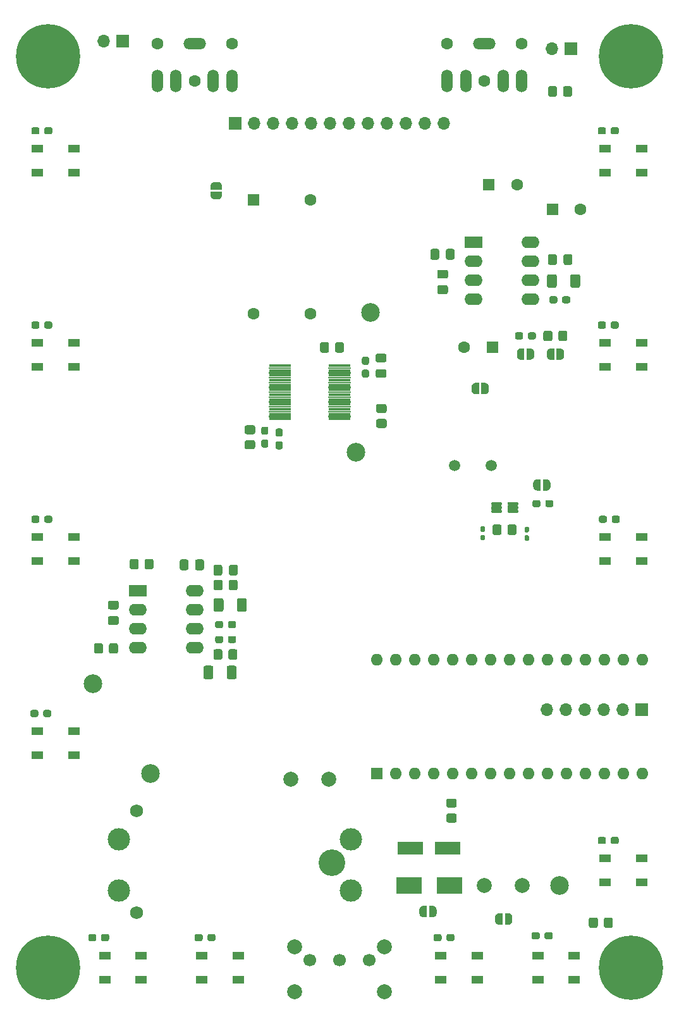
<source format=gts>
G04 #@! TF.GenerationSoftware,KiCad,Pcbnew,5.1.9+dfsg1-1*
G04 #@! TF.CreationDate,2022-06-11T23:01:35-07:00*
G04 #@! TF.ProjectId,brains_cn,62726169-6e73-45f6-936e-2e6b69636164,rev?*
G04 #@! TF.SameCoordinates,Original*
G04 #@! TF.FileFunction,Soldermask,Top*
G04 #@! TF.FilePolarity,Negative*
%FSLAX46Y46*%
G04 Gerber Fmt 4.6, Leading zero omitted, Abs format (unit mm)*
G04 Created by KiCad (PCBNEW 5.1.9+dfsg1-1) date 2022-06-11 23:01:35*
%MOMM*%
%LPD*%
G01*
G04 APERTURE LIST*
%ADD10R,3.000000X0.450000*%
%ADD11R,1.600000X1.600000*%
%ADD12C,1.600000*%
%ADD13C,3.000000*%
%ADD14R,1.700000X1.700000*%
%ADD15O,1.700000X1.700000*%
%ADD16O,1.600000X1.600000*%
%ADD17O,2.400000X1.600000*%
%ADD18R,2.400000X1.600000*%
%ADD19C,2.000000*%
%ADD20C,1.700000*%
%ADD21R,1.500000X1.000000*%
%ADD22C,8.600000*%
%ADD23C,0.900000*%
%ADD24C,2.500000*%
%ADD25C,1.755000*%
%ADD26C,3.560000*%
%ADD27R,3.500000X2.300000*%
%ADD28R,3.500000X1.800000*%
%ADD29O,3.016000X1.508000*%
%ADD30O,1.508000X3.016000*%
%ADD31C,0.350000*%
%ADD32R,0.700000X0.400000*%
%ADD33C,1.500000*%
%ADD34C,0.254000*%
G04 APERTURE END LIST*
D10*
G04 #@! TO.C,U1*
X148000000Y-83575000D03*
X148000000Y-82925000D03*
X148000000Y-82275000D03*
X148000000Y-81625000D03*
X148000000Y-80975000D03*
X148000000Y-80325000D03*
X148000000Y-79675000D03*
X148000000Y-79025000D03*
X148000000Y-78375000D03*
X148000000Y-77725000D03*
X148000000Y-77075000D03*
X148000000Y-76425000D03*
X140000000Y-76425000D03*
X140000000Y-77075000D03*
X140000000Y-77725000D03*
X140000000Y-78375000D03*
X140000000Y-79025000D03*
X140000000Y-79675000D03*
X140000000Y-80325000D03*
X140000000Y-80975000D03*
X140000000Y-81625000D03*
X140000000Y-82275000D03*
X140000000Y-82925000D03*
X140000000Y-83575000D03*
G04 #@! TD*
G04 #@! TO.C,C22*
G36*
G01*
X183675000Y-70762500D02*
X183675000Y-71237500D01*
G75*
G02*
X183437500Y-71475000I-237500J0D01*
G01*
X182837500Y-71475000D01*
G75*
G02*
X182600000Y-71237500I0J237500D01*
G01*
X182600000Y-70762500D01*
G75*
G02*
X182837500Y-70525000I237500J0D01*
G01*
X183437500Y-70525000D01*
G75*
G02*
X183675000Y-70762500I0J-237500D01*
G01*
G37*
G36*
G01*
X185400000Y-70762500D02*
X185400000Y-71237500D01*
G75*
G02*
X185162500Y-71475000I-237500J0D01*
G01*
X184562500Y-71475000D01*
G75*
G02*
X184325000Y-71237500I0J237500D01*
G01*
X184325000Y-70762500D01*
G75*
G02*
X184562500Y-70525000I237500J0D01*
G01*
X185162500Y-70525000D01*
G75*
G02*
X185400000Y-70762500I0J-237500D01*
G01*
G37*
G04 #@! TD*
D11*
G04 #@! TO.C,C8*
X168500000Y-74000000D03*
D12*
X164700000Y-74000000D03*
G04 #@! TD*
D13*
G04 #@! TO.C,J2*
X149530000Y-146690000D03*
X149530000Y-139810000D03*
X118470000Y-139810000D03*
X118470000Y-146690000D03*
G04 #@! TD*
D14*
G04 #@! TO.C,J1*
X134000000Y-44000000D03*
D15*
X136540000Y-44000000D03*
X139080000Y-44000000D03*
X141620000Y-44000000D03*
X144160000Y-44000000D03*
X146700000Y-44000000D03*
X149240000Y-44000000D03*
X151780000Y-44000000D03*
X154320000Y-44000000D03*
X156860000Y-44000000D03*
X159400000Y-44000000D03*
X161940000Y-44000000D03*
G04 #@! TD*
D11*
G04 #@! TO.C,A1*
X153000000Y-131000000D03*
D16*
X186020000Y-115760000D03*
X155540000Y-131000000D03*
X183480000Y-115760000D03*
X158080000Y-131000000D03*
X180940000Y-115760000D03*
X160620000Y-131000000D03*
X178400000Y-115760000D03*
X163160000Y-131000000D03*
X175860000Y-115760000D03*
X165700000Y-131000000D03*
X173320000Y-115760000D03*
X168240000Y-131000000D03*
X170780000Y-115760000D03*
X170780000Y-131000000D03*
X168240000Y-115760000D03*
X173320000Y-131000000D03*
X165700000Y-115760000D03*
X175860000Y-131000000D03*
X163160000Y-115760000D03*
X178400000Y-131000000D03*
X160620000Y-115760000D03*
X180940000Y-131000000D03*
X158080000Y-115760000D03*
X183480000Y-131000000D03*
X155540000Y-115760000D03*
X186020000Y-131000000D03*
X153000000Y-115760000D03*
X188560000Y-131000000D03*
X188560000Y-115760000D03*
G04 #@! TD*
D17*
G04 #@! TO.C,U2*
X128590000Y-106600000D03*
X120970000Y-114220000D03*
X128590000Y-109140000D03*
X120970000Y-111680000D03*
X128590000Y-111680000D03*
X120970000Y-109140000D03*
X128590000Y-114220000D03*
D18*
X120970000Y-106600000D03*
G04 #@! TD*
G04 #@! TO.C,U3*
X165910000Y-59930000D03*
D17*
X173530000Y-67550000D03*
X165910000Y-62470000D03*
X173530000Y-65010000D03*
X165910000Y-65010000D03*
X173530000Y-62470000D03*
X165910000Y-67550000D03*
X173530000Y-59930000D03*
G04 #@! TD*
D19*
G04 #@! TO.C,SW1*
X142000000Y-154250000D03*
X154000000Y-154250000D03*
X154000000Y-160250000D03*
X142000000Y-160250000D03*
D20*
X144000000Y-156000000D03*
X148000000Y-156000000D03*
X152000000Y-156000000D03*
G04 #@! TD*
D14*
G04 #@! TO.C,J6*
X188500000Y-122500000D03*
D15*
X185960000Y-122500000D03*
X183420000Y-122500000D03*
X180880000Y-122500000D03*
X178340000Y-122500000D03*
X175800000Y-122500000D03*
G04 #@! TD*
D21*
G04 #@! TO.C,D9*
X183550000Y-47400000D03*
X183550000Y-50600000D03*
X188450000Y-47400000D03*
X188450000Y-50600000D03*
G04 #@! TD*
G04 #@! TO.C,D2*
X166450000Y-158600000D03*
X166450000Y-155400000D03*
X161550000Y-158600000D03*
X161550000Y-155400000D03*
G04 #@! TD*
G04 #@! TO.C,D6*
X107550000Y-99400000D03*
X107550000Y-102600000D03*
X112450000Y-99400000D03*
X112450000Y-102600000D03*
G04 #@! TD*
G04 #@! TO.C,D10*
X188450000Y-76600000D03*
X188450000Y-73400000D03*
X183550000Y-76600000D03*
X183550000Y-73400000D03*
G04 #@! TD*
G04 #@! TO.C,D3*
X129550000Y-155400000D03*
X129550000Y-158600000D03*
X134450000Y-155400000D03*
X134450000Y-158600000D03*
G04 #@! TD*
G04 #@! TO.C,D7*
X112450000Y-76600000D03*
X112450000Y-73400000D03*
X107550000Y-76600000D03*
X107550000Y-73400000D03*
G04 #@! TD*
G04 #@! TO.C,D11*
X183550000Y-99400000D03*
X183550000Y-102600000D03*
X188450000Y-99400000D03*
X188450000Y-102600000D03*
G04 #@! TD*
G04 #@! TO.C,D4*
X116550000Y-155400000D03*
X116550000Y-158600000D03*
X121450000Y-155400000D03*
X121450000Y-158600000D03*
G04 #@! TD*
G04 #@! TO.C,D8*
X112450000Y-50600000D03*
X112450000Y-47400000D03*
X107550000Y-50600000D03*
X107550000Y-47400000D03*
G04 #@! TD*
G04 #@! TO.C,D12*
X188450000Y-145600000D03*
X188450000Y-142400000D03*
X183550000Y-145600000D03*
X183550000Y-142400000D03*
G04 #@! TD*
D22*
G04 #@! TO.C,H1*
X109000000Y-157000000D03*
D23*
X109000000Y-160225000D03*
X111280419Y-159280419D03*
X112225000Y-157000000D03*
X111280419Y-154719581D03*
X109000000Y-153775000D03*
X106719581Y-154719581D03*
X105775000Y-157000000D03*
X106719581Y-159280419D03*
G04 #@! TD*
G04 #@! TO.C,H2*
X184719581Y-159280419D03*
X183775000Y-157000000D03*
X184719581Y-154719581D03*
X187000000Y-153775000D03*
X189280419Y-154719581D03*
X190225000Y-157000000D03*
X189280419Y-159280419D03*
X187000000Y-160225000D03*
D22*
X187000000Y-157000000D03*
G04 #@! TD*
D24*
G04 #@! TO.C,TP1*
X152150000Y-69280000D03*
G04 #@! TD*
G04 #@! TO.C,TP3*
X150240000Y-88060000D03*
G04 #@! TD*
G04 #@! TO.C,TP4*
X122682000Y-131064000D03*
G04 #@! TD*
G04 #@! TO.C,TP6*
X177500000Y-146000000D03*
G04 #@! TD*
D19*
G04 #@! TO.C,F1*
X146558000Y-131826000D03*
X141478000Y-131816000D03*
G04 #@! TD*
D14*
G04 #@! TO.C,LS1*
X119000000Y-33000000D03*
D15*
X116460000Y-33000000D03*
G04 #@! TD*
G04 #@! TO.C,MK1*
X176460000Y-34000000D03*
D14*
X179000000Y-34000000D03*
G04 #@! TD*
D25*
G04 #@! TO.C,BT1*
X120840000Y-149640000D03*
X120840000Y-136050000D03*
D26*
X147000000Y-143010000D03*
G04 #@! TD*
G04 #@! TO.C,C1*
G36*
G01*
X161342500Y-61055000D02*
X161342500Y-62005000D01*
G75*
G02*
X161092500Y-62255000I-250000J0D01*
G01*
X160417500Y-62255000D01*
G75*
G02*
X160167500Y-62005000I0J250000D01*
G01*
X160167500Y-61055000D01*
G75*
G02*
X160417500Y-60805000I250000J0D01*
G01*
X161092500Y-60805000D01*
G75*
G02*
X161342500Y-61055000I0J-250000D01*
G01*
G37*
G36*
G01*
X163417500Y-61055000D02*
X163417500Y-62005000D01*
G75*
G02*
X163167500Y-62255000I-250000J0D01*
G01*
X162492500Y-62255000D01*
G75*
G02*
X162242500Y-62005000I0J250000D01*
G01*
X162242500Y-61055000D01*
G75*
G02*
X162492500Y-60805000I250000J0D01*
G01*
X163167500Y-60805000D01*
G75*
G02*
X163417500Y-61055000I0J-250000D01*
G01*
G37*
G04 #@! TD*
G04 #@! TO.C,C2*
G36*
G01*
X154035000Y-78075000D02*
X153085000Y-78075000D01*
G75*
G02*
X152835000Y-77825000I0J250000D01*
G01*
X152835000Y-77150000D01*
G75*
G02*
X153085000Y-76900000I250000J0D01*
G01*
X154035000Y-76900000D01*
G75*
G02*
X154285000Y-77150000I0J-250000D01*
G01*
X154285000Y-77825000D01*
G75*
G02*
X154035000Y-78075000I-250000J0D01*
G01*
G37*
G36*
G01*
X154035000Y-76000000D02*
X153085000Y-76000000D01*
G75*
G02*
X152835000Y-75750000I0J250000D01*
G01*
X152835000Y-75075000D01*
G75*
G02*
X153085000Y-74825000I250000J0D01*
G01*
X154035000Y-74825000D01*
G75*
G02*
X154285000Y-75075000I0J-250000D01*
G01*
X154285000Y-75750000D01*
G75*
G02*
X154035000Y-76000000I-250000J0D01*
G01*
G37*
G04 #@! TD*
G04 #@! TO.C,C3*
G36*
G01*
X139682500Y-84850000D02*
X140157500Y-84850000D01*
G75*
G02*
X140395000Y-85087500I0J-237500D01*
G01*
X140395000Y-85687500D01*
G75*
G02*
X140157500Y-85925000I-237500J0D01*
G01*
X139682500Y-85925000D01*
G75*
G02*
X139445000Y-85687500I0J237500D01*
G01*
X139445000Y-85087500D01*
G75*
G02*
X139682500Y-84850000I237500J0D01*
G01*
G37*
G36*
G01*
X139682500Y-86575000D02*
X140157500Y-86575000D01*
G75*
G02*
X140395000Y-86812500I0J-237500D01*
G01*
X140395000Y-87412500D01*
G75*
G02*
X140157500Y-87650000I-237500J0D01*
G01*
X139682500Y-87650000D01*
G75*
G02*
X139445000Y-87412500I0J237500D01*
G01*
X139445000Y-86812500D01*
G75*
G02*
X139682500Y-86575000I237500J0D01*
G01*
G37*
G04 #@! TD*
G04 #@! TO.C,C4*
G36*
G01*
X138237500Y-85675000D02*
X137762500Y-85675000D01*
G75*
G02*
X137525000Y-85437500I0J237500D01*
G01*
X137525000Y-84837500D01*
G75*
G02*
X137762500Y-84600000I237500J0D01*
G01*
X138237500Y-84600000D01*
G75*
G02*
X138475000Y-84837500I0J-237500D01*
G01*
X138475000Y-85437500D01*
G75*
G02*
X138237500Y-85675000I-237500J0D01*
G01*
G37*
G36*
G01*
X138237500Y-87400000D02*
X137762500Y-87400000D01*
G75*
G02*
X137525000Y-87162500I0J237500D01*
G01*
X137525000Y-86562500D01*
G75*
G02*
X137762500Y-86325000I237500J0D01*
G01*
X138237500Y-86325000D01*
G75*
G02*
X138475000Y-86562500I0J-237500D01*
G01*
X138475000Y-87162500D01*
G75*
G02*
X138237500Y-87400000I-237500J0D01*
G01*
G37*
G04 #@! TD*
D12*
G04 #@! TO.C,C5*
X171820000Y-52180000D03*
D11*
X168020000Y-52180000D03*
G04 #@! TD*
G04 #@! TO.C,C6*
G36*
G01*
X131345000Y-113337500D02*
X131345000Y-112862500D01*
G75*
G02*
X131582500Y-112625000I237500J0D01*
G01*
X132182500Y-112625000D01*
G75*
G02*
X132420000Y-112862500I0J-237500D01*
G01*
X132420000Y-113337500D01*
G75*
G02*
X132182500Y-113575000I-237500J0D01*
G01*
X131582500Y-113575000D01*
G75*
G02*
X131345000Y-113337500I0J237500D01*
G01*
G37*
G36*
G01*
X133070000Y-113337500D02*
X133070000Y-112862500D01*
G75*
G02*
X133307500Y-112625000I237500J0D01*
G01*
X133907500Y-112625000D01*
G75*
G02*
X134145000Y-112862500I0J-237500D01*
G01*
X134145000Y-113337500D01*
G75*
G02*
X133907500Y-113575000I-237500J0D01*
G01*
X133307500Y-113575000D01*
G75*
G02*
X133070000Y-113337500I0J237500D01*
G01*
G37*
G04 #@! TD*
G04 #@! TO.C,C9*
G36*
G01*
X151717500Y-76322500D02*
X151242500Y-76322500D01*
G75*
G02*
X151005000Y-76085000I0J237500D01*
G01*
X151005000Y-75485000D01*
G75*
G02*
X151242500Y-75247500I237500J0D01*
G01*
X151717500Y-75247500D01*
G75*
G02*
X151955000Y-75485000I0J-237500D01*
G01*
X151955000Y-76085000D01*
G75*
G02*
X151717500Y-76322500I-237500J0D01*
G01*
G37*
G36*
G01*
X151717500Y-78047500D02*
X151242500Y-78047500D01*
G75*
G02*
X151005000Y-77810000I0J237500D01*
G01*
X151005000Y-77210000D01*
G75*
G02*
X151242500Y-76972500I237500J0D01*
G01*
X151717500Y-76972500D01*
G75*
G02*
X151955000Y-77210000I0J-237500D01*
G01*
X151955000Y-77810000D01*
G75*
G02*
X151717500Y-78047500I-237500J0D01*
G01*
G37*
G04 #@! TD*
G04 #@! TO.C,C11*
G36*
G01*
X131145000Y-109120001D02*
X131145000Y-107819999D01*
G75*
G02*
X131394999Y-107570000I249999J0D01*
G01*
X132220001Y-107570000D01*
G75*
G02*
X132470000Y-107819999I0J-249999D01*
G01*
X132470000Y-109120001D01*
G75*
G02*
X132220001Y-109370000I-249999J0D01*
G01*
X131394999Y-109370000D01*
G75*
G02*
X131145000Y-109120001I0J249999D01*
G01*
G37*
G36*
G01*
X134270000Y-109120001D02*
X134270000Y-107819999D01*
G75*
G02*
X134519999Y-107570000I249999J0D01*
G01*
X135345001Y-107570000D01*
G75*
G02*
X135595000Y-107819999I0J-249999D01*
G01*
X135595000Y-109120001D01*
G75*
G02*
X135345001Y-109370000I-249999J0D01*
G01*
X134519999Y-109370000D01*
G75*
G02*
X134270000Y-109120001I0J249999D01*
G01*
G37*
G04 #@! TD*
G04 #@! TO.C,C12*
G36*
G01*
X131345000Y-111337500D02*
X131345000Y-110862500D01*
G75*
G02*
X131582500Y-110625000I237500J0D01*
G01*
X132182500Y-110625000D01*
G75*
G02*
X132420000Y-110862500I0J-237500D01*
G01*
X132420000Y-111337500D01*
G75*
G02*
X132182500Y-111575000I-237500J0D01*
G01*
X131582500Y-111575000D01*
G75*
G02*
X131345000Y-111337500I0J237500D01*
G01*
G37*
G36*
G01*
X133070000Y-111337500D02*
X133070000Y-110862500D01*
G75*
G02*
X133307500Y-110625000I237500J0D01*
G01*
X133907500Y-110625000D01*
G75*
G02*
X134145000Y-110862500I0J-237500D01*
G01*
X134145000Y-111337500D01*
G75*
G02*
X133907500Y-111575000I-237500J0D01*
G01*
X133307500Y-111575000D01*
G75*
G02*
X133070000Y-111337500I0J237500D01*
G01*
G37*
G04 #@! TD*
G04 #@! TO.C,C13*
G36*
G01*
X117235000Y-109970000D02*
X118185000Y-109970000D01*
G75*
G02*
X118435000Y-110220000I0J-250000D01*
G01*
X118435000Y-110895000D01*
G75*
G02*
X118185000Y-111145000I-250000J0D01*
G01*
X117235000Y-111145000D01*
G75*
G02*
X116985000Y-110895000I0J250000D01*
G01*
X116985000Y-110220000D01*
G75*
G02*
X117235000Y-109970000I250000J0D01*
G01*
G37*
G36*
G01*
X117235000Y-107895000D02*
X118185000Y-107895000D01*
G75*
G02*
X118435000Y-108145000I0J-250000D01*
G01*
X118435000Y-108820000D01*
G75*
G02*
X118185000Y-109070000I-250000J0D01*
G01*
X117235000Y-109070000D01*
G75*
G02*
X116985000Y-108820000I0J250000D01*
G01*
X116985000Y-108145000D01*
G75*
G02*
X117235000Y-107895000I250000J0D01*
G01*
G37*
G04 #@! TD*
G04 #@! TO.C,C14*
G36*
G01*
X161335000Y-65680000D02*
X162285000Y-65680000D01*
G75*
G02*
X162535000Y-65930000I0J-250000D01*
G01*
X162535000Y-66605000D01*
G75*
G02*
X162285000Y-66855000I-250000J0D01*
G01*
X161335000Y-66855000D01*
G75*
G02*
X161085000Y-66605000I0J250000D01*
G01*
X161085000Y-65930000D01*
G75*
G02*
X161335000Y-65680000I250000J0D01*
G01*
G37*
G36*
G01*
X161335000Y-63605000D02*
X162285000Y-63605000D01*
G75*
G02*
X162535000Y-63855000I0J-250000D01*
G01*
X162535000Y-64530000D01*
G75*
G02*
X162285000Y-64780000I-250000J0D01*
G01*
X161335000Y-64780000D01*
G75*
G02*
X161085000Y-64530000I0J250000D01*
G01*
X161085000Y-63855000D01*
G75*
G02*
X161335000Y-63605000I250000J0D01*
G01*
G37*
G04 #@! TD*
G04 #@! TO.C,C15*
G36*
G01*
X129845000Y-102625000D02*
X129845000Y-103575000D01*
G75*
G02*
X129595000Y-103825000I-250000J0D01*
G01*
X128920000Y-103825000D01*
G75*
G02*
X128670000Y-103575000I0J250000D01*
G01*
X128670000Y-102625000D01*
G75*
G02*
X128920000Y-102375000I250000J0D01*
G01*
X129595000Y-102375000D01*
G75*
G02*
X129845000Y-102625000I0J-250000D01*
G01*
G37*
G36*
G01*
X127770000Y-102625000D02*
X127770000Y-103575000D01*
G75*
G02*
X127520000Y-103825000I-250000J0D01*
G01*
X126845000Y-103825000D01*
G75*
G02*
X126595000Y-103575000I0J250000D01*
G01*
X126595000Y-102625000D01*
G75*
G02*
X126845000Y-102375000I250000J0D01*
G01*
X127520000Y-102375000D01*
G75*
G02*
X127770000Y-102625000I0J-250000D01*
G01*
G37*
G04 #@! TD*
G04 #@! TO.C,C16*
X176500000Y-55500000D03*
D12*
X180300000Y-55500000D03*
G04 #@! TD*
G04 #@! TO.C,C17*
G36*
G01*
X180225000Y-64459999D02*
X180225000Y-65760001D01*
G75*
G02*
X179975001Y-66010000I-249999J0D01*
G01*
X179149999Y-66010000D01*
G75*
G02*
X178900000Y-65760001I0J249999D01*
G01*
X178900000Y-64459999D01*
G75*
G02*
X179149999Y-64210000I249999J0D01*
G01*
X179975001Y-64210000D01*
G75*
G02*
X180225000Y-64459999I0J-249999D01*
G01*
G37*
G36*
G01*
X177100000Y-64459999D02*
X177100000Y-65760001D01*
G75*
G02*
X176850001Y-66010000I-249999J0D01*
G01*
X176024999Y-66010000D01*
G75*
G02*
X175775000Y-65760001I0J249999D01*
G01*
X175775000Y-64459999D01*
G75*
G02*
X176024999Y-64210000I249999J0D01*
G01*
X176850001Y-64210000D01*
G75*
G02*
X177100000Y-64459999I0J-249999D01*
G01*
G37*
G04 #@! TD*
G04 #@! TO.C,C18*
G36*
G01*
X177170000Y-67382500D02*
X177170000Y-67857500D01*
G75*
G02*
X176932500Y-68095000I-237500J0D01*
G01*
X176332500Y-68095000D01*
G75*
G02*
X176095000Y-67857500I0J237500D01*
G01*
X176095000Y-67382500D01*
G75*
G02*
X176332500Y-67145000I237500J0D01*
G01*
X176932500Y-67145000D01*
G75*
G02*
X177170000Y-67382500I0J-237500D01*
G01*
G37*
G36*
G01*
X178895000Y-67382500D02*
X178895000Y-67857500D01*
G75*
G02*
X178657500Y-68095000I-237500J0D01*
G01*
X178057500Y-68095000D01*
G75*
G02*
X177820000Y-67857500I0J237500D01*
G01*
X177820000Y-67382500D01*
G75*
G02*
X178057500Y-67145000I237500J0D01*
G01*
X178657500Y-67145000D01*
G75*
G02*
X178895000Y-67382500I0J-237500D01*
G01*
G37*
G04 #@! TD*
G04 #@! TO.C,C19*
G36*
G01*
X183675000Y-44762500D02*
X183675000Y-45237500D01*
G75*
G02*
X183437500Y-45475000I-237500J0D01*
G01*
X182837500Y-45475000D01*
G75*
G02*
X182600000Y-45237500I0J237500D01*
G01*
X182600000Y-44762500D01*
G75*
G02*
X182837500Y-44525000I237500J0D01*
G01*
X183437500Y-44525000D01*
G75*
G02*
X183675000Y-44762500I0J-237500D01*
G01*
G37*
G36*
G01*
X185400000Y-44762500D02*
X185400000Y-45237500D01*
G75*
G02*
X185162500Y-45475000I-237500J0D01*
G01*
X184562500Y-45475000D01*
G75*
G02*
X184325000Y-45237500I0J237500D01*
G01*
X184325000Y-44762500D01*
G75*
G02*
X184562500Y-44525000I237500J0D01*
G01*
X185162500Y-44525000D01*
G75*
G02*
X185400000Y-44762500I0J-237500D01*
G01*
G37*
G04 #@! TD*
G04 #@! TO.C,C20*
G36*
G01*
X131125000Y-104285000D02*
X131125000Y-103335000D01*
G75*
G02*
X131375000Y-103085000I250000J0D01*
G01*
X132050000Y-103085000D01*
G75*
G02*
X132300000Y-103335000I0J-250000D01*
G01*
X132300000Y-104285000D01*
G75*
G02*
X132050000Y-104535000I-250000J0D01*
G01*
X131375000Y-104535000D01*
G75*
G02*
X131125000Y-104285000I0J250000D01*
G01*
G37*
G36*
G01*
X133200000Y-104285000D02*
X133200000Y-103335000D01*
G75*
G02*
X133450000Y-103085000I250000J0D01*
G01*
X134125000Y-103085000D01*
G75*
G02*
X134375000Y-103335000I0J-250000D01*
G01*
X134375000Y-104285000D01*
G75*
G02*
X134125000Y-104535000I-250000J0D01*
G01*
X133450000Y-104535000D01*
G75*
G02*
X133200000Y-104285000I0J250000D01*
G01*
G37*
G04 #@! TD*
G04 #@! TO.C,C21*
G36*
G01*
X131100000Y-116849999D02*
X131100000Y-118150001D01*
G75*
G02*
X130850001Y-118400000I-249999J0D01*
G01*
X130024999Y-118400000D01*
G75*
G02*
X129775000Y-118150001I0J249999D01*
G01*
X129775000Y-116849999D01*
G75*
G02*
X130024999Y-116600000I249999J0D01*
G01*
X130850001Y-116600000D01*
G75*
G02*
X131100000Y-116849999I0J-249999D01*
G01*
G37*
G36*
G01*
X134225000Y-116849999D02*
X134225000Y-118150001D01*
G75*
G02*
X133975001Y-118400000I-249999J0D01*
G01*
X133149999Y-118400000D01*
G75*
G02*
X132900000Y-118150001I0J249999D01*
G01*
X132900000Y-116849999D01*
G75*
G02*
X133149999Y-116600000I249999J0D01*
G01*
X133975001Y-116600000D01*
G75*
G02*
X134225000Y-116849999I0J-249999D01*
G01*
G37*
G04 #@! TD*
G04 #@! TO.C,C23*
G36*
G01*
X183675000Y-139762500D02*
X183675000Y-140237500D01*
G75*
G02*
X183437500Y-140475000I-237500J0D01*
G01*
X182837500Y-140475000D01*
G75*
G02*
X182600000Y-140237500I0J237500D01*
G01*
X182600000Y-139762500D01*
G75*
G02*
X182837500Y-139525000I237500J0D01*
G01*
X183437500Y-139525000D01*
G75*
G02*
X183675000Y-139762500I0J-237500D01*
G01*
G37*
G36*
G01*
X185400000Y-139762500D02*
X185400000Y-140237500D01*
G75*
G02*
X185162500Y-140475000I-237500J0D01*
G01*
X184562500Y-140475000D01*
G75*
G02*
X184325000Y-140237500I0J237500D01*
G01*
X184325000Y-139762500D01*
G75*
G02*
X184562500Y-139525000I237500J0D01*
G01*
X185162500Y-139525000D01*
G75*
G02*
X185400000Y-139762500I0J-237500D01*
G01*
G37*
G04 #@! TD*
G04 #@! TO.C,C24*
G36*
G01*
X109537500Y-44762500D02*
X109537500Y-45237500D01*
G75*
G02*
X109300000Y-45475000I-237500J0D01*
G01*
X108700000Y-45475000D01*
G75*
G02*
X108462500Y-45237500I0J237500D01*
G01*
X108462500Y-44762500D01*
G75*
G02*
X108700000Y-44525000I237500J0D01*
G01*
X109300000Y-44525000D01*
G75*
G02*
X109537500Y-44762500I0J-237500D01*
G01*
G37*
G36*
G01*
X107812500Y-44762500D02*
X107812500Y-45237500D01*
G75*
G02*
X107575000Y-45475000I-237500J0D01*
G01*
X106975000Y-45475000D01*
G75*
G02*
X106737500Y-45237500I0J237500D01*
G01*
X106737500Y-44762500D01*
G75*
G02*
X106975000Y-44525000I237500J0D01*
G01*
X107575000Y-44525000D01*
G75*
G02*
X107812500Y-44762500I0J-237500D01*
G01*
G37*
G04 #@! TD*
G04 #@! TO.C,C25*
G36*
G01*
X109537500Y-96762500D02*
X109537500Y-97237500D01*
G75*
G02*
X109300000Y-97475000I-237500J0D01*
G01*
X108700000Y-97475000D01*
G75*
G02*
X108462500Y-97237500I0J237500D01*
G01*
X108462500Y-96762500D01*
G75*
G02*
X108700000Y-96525000I237500J0D01*
G01*
X109300000Y-96525000D01*
G75*
G02*
X109537500Y-96762500I0J-237500D01*
G01*
G37*
G36*
G01*
X107812500Y-96762500D02*
X107812500Y-97237500D01*
G75*
G02*
X107575000Y-97475000I-237500J0D01*
G01*
X106975000Y-97475000D01*
G75*
G02*
X106737500Y-97237500I0J237500D01*
G01*
X106737500Y-96762500D01*
G75*
G02*
X106975000Y-96525000I237500J0D01*
G01*
X107575000Y-96525000D01*
G75*
G02*
X107812500Y-96762500I0J-237500D01*
G01*
G37*
G04 #@! TD*
G04 #@! TO.C,C26*
G36*
G01*
X185537500Y-96762500D02*
X185537500Y-97237500D01*
G75*
G02*
X185300000Y-97475000I-237500J0D01*
G01*
X184700000Y-97475000D01*
G75*
G02*
X184462500Y-97237500I0J237500D01*
G01*
X184462500Y-96762500D01*
G75*
G02*
X184700000Y-96525000I237500J0D01*
G01*
X185300000Y-96525000D01*
G75*
G02*
X185537500Y-96762500I0J-237500D01*
G01*
G37*
G36*
G01*
X183812500Y-96762500D02*
X183812500Y-97237500D01*
G75*
G02*
X183575000Y-97475000I-237500J0D01*
G01*
X182975000Y-97475000D01*
G75*
G02*
X182737500Y-97237500I0J237500D01*
G01*
X182737500Y-96762500D01*
G75*
G02*
X182975000Y-96525000I237500J0D01*
G01*
X183575000Y-96525000D01*
G75*
G02*
X183812500Y-96762500I0J-237500D01*
G01*
G37*
G04 #@! TD*
G04 #@! TO.C,C27*
G36*
G01*
X109537500Y-70762500D02*
X109537500Y-71237500D01*
G75*
G02*
X109300000Y-71475000I-237500J0D01*
G01*
X108700000Y-71475000D01*
G75*
G02*
X108462500Y-71237500I0J237500D01*
G01*
X108462500Y-70762500D01*
G75*
G02*
X108700000Y-70525000I237500J0D01*
G01*
X109300000Y-70525000D01*
G75*
G02*
X109537500Y-70762500I0J-237500D01*
G01*
G37*
G36*
G01*
X107812500Y-70762500D02*
X107812500Y-71237500D01*
G75*
G02*
X107575000Y-71475000I-237500J0D01*
G01*
X106975000Y-71475000D01*
G75*
G02*
X106737500Y-71237500I0J237500D01*
G01*
X106737500Y-70762500D01*
G75*
G02*
X106975000Y-70525000I237500J0D01*
G01*
X107575000Y-70525000D01*
G75*
G02*
X107812500Y-70762500I0J-237500D01*
G01*
G37*
G04 #@! TD*
G04 #@! TO.C,C28*
G36*
G01*
X109400000Y-122762500D02*
X109400000Y-123237500D01*
G75*
G02*
X109162500Y-123475000I-237500J0D01*
G01*
X108562500Y-123475000D01*
G75*
G02*
X108325000Y-123237500I0J237500D01*
G01*
X108325000Y-122762500D01*
G75*
G02*
X108562500Y-122525000I237500J0D01*
G01*
X109162500Y-122525000D01*
G75*
G02*
X109400000Y-122762500I0J-237500D01*
G01*
G37*
G36*
G01*
X107675000Y-122762500D02*
X107675000Y-123237500D01*
G75*
G02*
X107437500Y-123475000I-237500J0D01*
G01*
X106837500Y-123475000D01*
G75*
G02*
X106600000Y-123237500I0J237500D01*
G01*
X106600000Y-122762500D01*
G75*
G02*
X106837500Y-122525000I237500J0D01*
G01*
X107437500Y-122525000D01*
G75*
G02*
X107675000Y-122762500I0J-237500D01*
G01*
G37*
G04 #@! TD*
G04 #@! TO.C,C29*
G36*
G01*
X117150000Y-152762500D02*
X117150000Y-153237500D01*
G75*
G02*
X116912500Y-153475000I-237500J0D01*
G01*
X116312500Y-153475000D01*
G75*
G02*
X116075000Y-153237500I0J237500D01*
G01*
X116075000Y-152762500D01*
G75*
G02*
X116312500Y-152525000I237500J0D01*
G01*
X116912500Y-152525000D01*
G75*
G02*
X117150000Y-152762500I0J-237500D01*
G01*
G37*
G36*
G01*
X115425000Y-152762500D02*
X115425000Y-153237500D01*
G75*
G02*
X115187500Y-153475000I-237500J0D01*
G01*
X114587500Y-153475000D01*
G75*
G02*
X114350000Y-153237500I0J237500D01*
G01*
X114350000Y-152762500D01*
G75*
G02*
X114587500Y-152525000I237500J0D01*
G01*
X115187500Y-152525000D01*
G75*
G02*
X115425000Y-152762500I0J-237500D01*
G01*
G37*
G04 #@! TD*
G04 #@! TO.C,C30*
G36*
G01*
X129675000Y-152762500D02*
X129675000Y-153237500D01*
G75*
G02*
X129437500Y-153475000I-237500J0D01*
G01*
X128837500Y-153475000D01*
G75*
G02*
X128600000Y-153237500I0J237500D01*
G01*
X128600000Y-152762500D01*
G75*
G02*
X128837500Y-152525000I237500J0D01*
G01*
X129437500Y-152525000D01*
G75*
G02*
X129675000Y-152762500I0J-237500D01*
G01*
G37*
G36*
G01*
X131400000Y-152762500D02*
X131400000Y-153237500D01*
G75*
G02*
X131162500Y-153475000I-237500J0D01*
G01*
X130562500Y-153475000D01*
G75*
G02*
X130325000Y-153237500I0J237500D01*
G01*
X130325000Y-152762500D01*
G75*
G02*
X130562500Y-152525000I237500J0D01*
G01*
X131162500Y-152525000D01*
G75*
G02*
X131400000Y-152762500I0J-237500D01*
G01*
G37*
G04 #@! TD*
G04 #@! TO.C,C31*
G36*
G01*
X161675000Y-152762500D02*
X161675000Y-153237500D01*
G75*
G02*
X161437500Y-153475000I-237500J0D01*
G01*
X160837500Y-153475000D01*
G75*
G02*
X160600000Y-153237500I0J237500D01*
G01*
X160600000Y-152762500D01*
G75*
G02*
X160837500Y-152525000I237500J0D01*
G01*
X161437500Y-152525000D01*
G75*
G02*
X161675000Y-152762500I0J-237500D01*
G01*
G37*
G36*
G01*
X163400000Y-152762500D02*
X163400000Y-153237500D01*
G75*
G02*
X163162500Y-153475000I-237500J0D01*
G01*
X162562500Y-153475000D01*
G75*
G02*
X162325000Y-153237500I0J237500D01*
G01*
X162325000Y-152762500D01*
G75*
G02*
X162562500Y-152525000I237500J0D01*
G01*
X163162500Y-152525000D01*
G75*
G02*
X163400000Y-152762500I0J-237500D01*
G01*
G37*
G04 #@! TD*
G04 #@! TO.C,C32*
G36*
G01*
X174812500Y-152512500D02*
X174812500Y-152987500D01*
G75*
G02*
X174575000Y-153225000I-237500J0D01*
G01*
X173975000Y-153225000D01*
G75*
G02*
X173737500Y-152987500I0J237500D01*
G01*
X173737500Y-152512500D01*
G75*
G02*
X173975000Y-152275000I237500J0D01*
G01*
X174575000Y-152275000D01*
G75*
G02*
X174812500Y-152512500I0J-237500D01*
G01*
G37*
G36*
G01*
X176537500Y-152512500D02*
X176537500Y-152987500D01*
G75*
G02*
X176300000Y-153225000I-237500J0D01*
G01*
X175700000Y-153225000D01*
G75*
G02*
X175462500Y-152987500I0J237500D01*
G01*
X175462500Y-152512500D01*
G75*
G02*
X175700000Y-152275000I237500J0D01*
G01*
X176300000Y-152275000D01*
G75*
G02*
X176537500Y-152512500I0J-237500D01*
G01*
G37*
G04 #@! TD*
D21*
G04 #@! TO.C,D1*
X179450000Y-158600000D03*
X179450000Y-155400000D03*
X174550000Y-158600000D03*
X174550000Y-155400000D03*
G04 #@! TD*
G04 #@! TO.C,D5*
X107550000Y-125400000D03*
X107550000Y-128600000D03*
X112450000Y-125400000D03*
X112450000Y-128600000D03*
G04 #@! TD*
D27*
G04 #@! TO.C,D41*
X157300000Y-146000000D03*
X162700000Y-146000000D03*
G04 #@! TD*
D28*
G04 #@! TO.C,D42*
X157500000Y-141000000D03*
X162500000Y-141000000D03*
G04 #@! TD*
D19*
G04 #@! TO.C,F2*
X172500000Y-146000000D03*
X167420000Y-145990000D03*
G04 #@! TD*
D22*
G04 #@! TO.C,H3*
X187000000Y-35000000D03*
D23*
X190225000Y-35000000D03*
X189280419Y-37280419D03*
X187000000Y-38225000D03*
X184719581Y-37280419D03*
X183775000Y-35000000D03*
X184719581Y-32719581D03*
X187000000Y-31775000D03*
X189280419Y-32719581D03*
G04 #@! TD*
G04 #@! TO.C,H4*
X111280419Y-32719581D03*
X109000000Y-31775000D03*
X106719581Y-32719581D03*
X105775000Y-35000000D03*
X106719581Y-37280419D03*
X109000000Y-38225000D03*
X111280419Y-37280419D03*
X112225000Y-35000000D03*
D22*
X109000000Y-35000000D03*
G04 #@! TD*
D29*
G04 #@! TO.C,J4*
X128600000Y-33300000D03*
D30*
X123600000Y-38300000D03*
X133600000Y-38300000D03*
D12*
X128600000Y-38300000D03*
X123600000Y-33300000D03*
X133600000Y-33300000D03*
D30*
X126100000Y-38300000D03*
X131100000Y-38300000D03*
G04 #@! TD*
G04 #@! TO.C,J5*
X169900000Y-38300000D03*
X164900000Y-38300000D03*
D12*
X172400000Y-33300000D03*
X162400000Y-33300000D03*
X167400000Y-38300000D03*
D30*
X172400000Y-38300000D03*
X162400000Y-38300000D03*
D29*
X167400000Y-33300000D03*
G04 #@! TD*
D31*
G04 #@! TO.C,JP3*
G36*
X159700000Y-150250000D02*
G01*
X159200000Y-150250000D01*
X159200000Y-150249398D01*
X159175466Y-150249398D01*
X159126635Y-150244588D01*
X159078510Y-150235016D01*
X159031555Y-150220772D01*
X158986222Y-150201995D01*
X158942949Y-150178864D01*
X158902150Y-150151604D01*
X158864221Y-150120476D01*
X158829524Y-150085779D01*
X158798396Y-150047850D01*
X158771136Y-150007051D01*
X158748005Y-149963778D01*
X158729228Y-149918445D01*
X158714984Y-149871490D01*
X158705412Y-149823365D01*
X158700602Y-149774534D01*
X158700602Y-149750000D01*
X158700000Y-149750000D01*
X158700000Y-149250000D01*
X158700602Y-149250000D01*
X158700602Y-149225466D01*
X158705412Y-149176635D01*
X158714984Y-149128510D01*
X158729228Y-149081555D01*
X158748005Y-149036222D01*
X158771136Y-148992949D01*
X158798396Y-148952150D01*
X158829524Y-148914221D01*
X158864221Y-148879524D01*
X158902150Y-148848396D01*
X158942949Y-148821136D01*
X158986222Y-148798005D01*
X159031555Y-148779228D01*
X159078510Y-148764984D01*
X159126635Y-148755412D01*
X159175466Y-148750602D01*
X159200000Y-148750602D01*
X159200000Y-148750000D01*
X159700000Y-148750000D01*
X159700000Y-150250000D01*
G37*
G36*
X160500000Y-148750602D02*
G01*
X160524534Y-148750602D01*
X160573365Y-148755412D01*
X160621490Y-148764984D01*
X160668445Y-148779228D01*
X160713778Y-148798005D01*
X160757051Y-148821136D01*
X160797850Y-148848396D01*
X160835779Y-148879524D01*
X160870476Y-148914221D01*
X160901604Y-148952150D01*
X160928864Y-148992949D01*
X160951995Y-149036222D01*
X160970772Y-149081555D01*
X160985016Y-149128510D01*
X160994588Y-149176635D01*
X160999398Y-149225466D01*
X160999398Y-149250000D01*
X161000000Y-149250000D01*
X161000000Y-149750000D01*
X160999398Y-149750000D01*
X160999398Y-149774534D01*
X160994588Y-149823365D01*
X160985016Y-149871490D01*
X160970772Y-149918445D01*
X160951995Y-149963778D01*
X160928864Y-150007051D01*
X160901604Y-150047850D01*
X160870476Y-150085779D01*
X160835779Y-150120476D01*
X160797850Y-150151604D01*
X160757051Y-150178864D01*
X160713778Y-150201995D01*
X160668445Y-150220772D01*
X160621490Y-150235016D01*
X160573365Y-150244588D01*
X160524534Y-150249398D01*
X160500000Y-150249398D01*
X160500000Y-150250000D01*
X160000000Y-150250000D01*
X160000000Y-148750000D01*
X160500000Y-148750000D01*
X160500000Y-148750602D01*
G37*
G04 #@! TD*
G04 #@! TO.C,JP4*
G36*
X170650000Y-149750602D02*
G01*
X170674534Y-149750602D01*
X170723365Y-149755412D01*
X170771490Y-149764984D01*
X170818445Y-149779228D01*
X170863778Y-149798005D01*
X170907051Y-149821136D01*
X170947850Y-149848396D01*
X170985779Y-149879524D01*
X171020476Y-149914221D01*
X171051604Y-149952150D01*
X171078864Y-149992949D01*
X171101995Y-150036222D01*
X171120772Y-150081555D01*
X171135016Y-150128510D01*
X171144588Y-150176635D01*
X171149398Y-150225466D01*
X171149398Y-150250000D01*
X171150000Y-150250000D01*
X171150000Y-150750000D01*
X171149398Y-150750000D01*
X171149398Y-150774534D01*
X171144588Y-150823365D01*
X171135016Y-150871490D01*
X171120772Y-150918445D01*
X171101995Y-150963778D01*
X171078864Y-151007051D01*
X171051604Y-151047850D01*
X171020476Y-151085779D01*
X170985779Y-151120476D01*
X170947850Y-151151604D01*
X170907051Y-151178864D01*
X170863778Y-151201995D01*
X170818445Y-151220772D01*
X170771490Y-151235016D01*
X170723365Y-151244588D01*
X170674534Y-151249398D01*
X170650000Y-151249398D01*
X170650000Y-151250000D01*
X170150000Y-151250000D01*
X170150000Y-149750000D01*
X170650000Y-149750000D01*
X170650000Y-149750602D01*
G37*
G36*
X169850000Y-151250000D02*
G01*
X169350000Y-151250000D01*
X169350000Y-151249398D01*
X169325466Y-151249398D01*
X169276635Y-151244588D01*
X169228510Y-151235016D01*
X169181555Y-151220772D01*
X169136222Y-151201995D01*
X169092949Y-151178864D01*
X169052150Y-151151604D01*
X169014221Y-151120476D01*
X168979524Y-151085779D01*
X168948396Y-151047850D01*
X168921136Y-151007051D01*
X168898005Y-150963778D01*
X168879228Y-150918445D01*
X168864984Y-150871490D01*
X168855412Y-150823365D01*
X168850602Y-150774534D01*
X168850602Y-150750000D01*
X168850000Y-150750000D01*
X168850000Y-150250000D01*
X168850602Y-150250000D01*
X168850602Y-150225466D01*
X168855412Y-150176635D01*
X168864984Y-150128510D01*
X168879228Y-150081555D01*
X168898005Y-150036222D01*
X168921136Y-149992949D01*
X168948396Y-149952150D01*
X168979524Y-149914221D01*
X169014221Y-149879524D01*
X169052150Y-149848396D01*
X169092949Y-149821136D01*
X169136222Y-149798005D01*
X169181555Y-149779228D01*
X169228510Y-149764984D01*
X169276635Y-149755412D01*
X169325466Y-149750602D01*
X169350000Y-149750602D01*
X169350000Y-149750000D01*
X169850000Y-149750000D01*
X169850000Y-151250000D01*
G37*
G04 #@! TD*
G04 #@! TO.C,JP5*
G36*
X173560000Y-74130602D02*
G01*
X173584534Y-74130602D01*
X173633365Y-74135412D01*
X173681490Y-74144984D01*
X173728445Y-74159228D01*
X173773778Y-74178005D01*
X173817051Y-74201136D01*
X173857850Y-74228396D01*
X173895779Y-74259524D01*
X173930476Y-74294221D01*
X173961604Y-74332150D01*
X173988864Y-74372949D01*
X174011995Y-74416222D01*
X174030772Y-74461555D01*
X174045016Y-74508510D01*
X174054588Y-74556635D01*
X174059398Y-74605466D01*
X174059398Y-74630000D01*
X174060000Y-74630000D01*
X174060000Y-75130000D01*
X174059398Y-75130000D01*
X174059398Y-75154534D01*
X174054588Y-75203365D01*
X174045016Y-75251490D01*
X174030772Y-75298445D01*
X174011995Y-75343778D01*
X173988864Y-75387051D01*
X173961604Y-75427850D01*
X173930476Y-75465779D01*
X173895779Y-75500476D01*
X173857850Y-75531604D01*
X173817051Y-75558864D01*
X173773778Y-75581995D01*
X173728445Y-75600772D01*
X173681490Y-75615016D01*
X173633365Y-75624588D01*
X173584534Y-75629398D01*
X173560000Y-75629398D01*
X173560000Y-75630000D01*
X173060000Y-75630000D01*
X173060000Y-74130000D01*
X173560000Y-74130000D01*
X173560000Y-74130602D01*
G37*
G36*
X172760000Y-75630000D02*
G01*
X172260000Y-75630000D01*
X172260000Y-75629398D01*
X172235466Y-75629398D01*
X172186635Y-75624588D01*
X172138510Y-75615016D01*
X172091555Y-75600772D01*
X172046222Y-75581995D01*
X172002949Y-75558864D01*
X171962150Y-75531604D01*
X171924221Y-75500476D01*
X171889524Y-75465779D01*
X171858396Y-75427850D01*
X171831136Y-75387051D01*
X171808005Y-75343778D01*
X171789228Y-75298445D01*
X171774984Y-75251490D01*
X171765412Y-75203365D01*
X171760602Y-75154534D01*
X171760602Y-75130000D01*
X171760000Y-75130000D01*
X171760000Y-74630000D01*
X171760602Y-74630000D01*
X171760602Y-74605466D01*
X171765412Y-74556635D01*
X171774984Y-74508510D01*
X171789228Y-74461555D01*
X171808005Y-74416222D01*
X171831136Y-74372949D01*
X171858396Y-74332150D01*
X171889524Y-74294221D01*
X171924221Y-74259524D01*
X171962150Y-74228396D01*
X172002949Y-74201136D01*
X172046222Y-74178005D01*
X172091555Y-74159228D01*
X172138510Y-74144984D01*
X172186635Y-74135412D01*
X172235466Y-74130602D01*
X172260000Y-74130602D01*
X172260000Y-74130000D01*
X172760000Y-74130000D01*
X172760000Y-75630000D01*
G37*
G04 #@! TD*
G04 #@! TO.C,JP6*
G36*
X176780000Y-75640000D02*
G01*
X176280000Y-75640000D01*
X176280000Y-75639398D01*
X176255466Y-75639398D01*
X176206635Y-75634588D01*
X176158510Y-75625016D01*
X176111555Y-75610772D01*
X176066222Y-75591995D01*
X176022949Y-75568864D01*
X175982150Y-75541604D01*
X175944221Y-75510476D01*
X175909524Y-75475779D01*
X175878396Y-75437850D01*
X175851136Y-75397051D01*
X175828005Y-75353778D01*
X175809228Y-75308445D01*
X175794984Y-75261490D01*
X175785412Y-75213365D01*
X175780602Y-75164534D01*
X175780602Y-75140000D01*
X175780000Y-75140000D01*
X175780000Y-74640000D01*
X175780602Y-74640000D01*
X175780602Y-74615466D01*
X175785412Y-74566635D01*
X175794984Y-74518510D01*
X175809228Y-74471555D01*
X175828005Y-74426222D01*
X175851136Y-74382949D01*
X175878396Y-74342150D01*
X175909524Y-74304221D01*
X175944221Y-74269524D01*
X175982150Y-74238396D01*
X176022949Y-74211136D01*
X176066222Y-74188005D01*
X176111555Y-74169228D01*
X176158510Y-74154984D01*
X176206635Y-74145412D01*
X176255466Y-74140602D01*
X176280000Y-74140602D01*
X176280000Y-74140000D01*
X176780000Y-74140000D01*
X176780000Y-75640000D01*
G37*
G36*
X177580000Y-74140602D02*
G01*
X177604534Y-74140602D01*
X177653365Y-74145412D01*
X177701490Y-74154984D01*
X177748445Y-74169228D01*
X177793778Y-74188005D01*
X177837051Y-74211136D01*
X177877850Y-74238396D01*
X177915779Y-74269524D01*
X177950476Y-74304221D01*
X177981604Y-74342150D01*
X178008864Y-74382949D01*
X178031995Y-74426222D01*
X178050772Y-74471555D01*
X178065016Y-74518510D01*
X178074588Y-74566635D01*
X178079398Y-74615466D01*
X178079398Y-74640000D01*
X178080000Y-74640000D01*
X178080000Y-75140000D01*
X178079398Y-75140000D01*
X178079398Y-75164534D01*
X178074588Y-75213365D01*
X178065016Y-75261490D01*
X178050772Y-75308445D01*
X178031995Y-75353778D01*
X178008864Y-75397051D01*
X177981604Y-75437850D01*
X177950476Y-75475779D01*
X177915779Y-75510476D01*
X177877850Y-75541604D01*
X177837051Y-75568864D01*
X177793778Y-75591995D01*
X177748445Y-75610772D01*
X177701490Y-75625016D01*
X177653365Y-75634588D01*
X177604534Y-75639398D01*
X177580000Y-75639398D01*
X177580000Y-75640000D01*
X177080000Y-75640000D01*
X177080000Y-74140000D01*
X177580000Y-74140000D01*
X177580000Y-74140602D01*
G37*
G04 #@! TD*
G04 #@! TO.C,JP7*
G36*
X167000000Y-78750000D02*
G01*
X167500000Y-78750000D01*
X167500000Y-78750602D01*
X167524534Y-78750602D01*
X167573365Y-78755412D01*
X167621490Y-78764984D01*
X167668445Y-78779228D01*
X167713778Y-78798005D01*
X167757051Y-78821136D01*
X167797850Y-78848396D01*
X167835779Y-78879524D01*
X167870476Y-78914221D01*
X167901604Y-78952150D01*
X167928864Y-78992949D01*
X167951995Y-79036222D01*
X167970772Y-79081555D01*
X167985016Y-79128510D01*
X167994588Y-79176635D01*
X167999398Y-79225466D01*
X167999398Y-79250000D01*
X168000000Y-79250000D01*
X168000000Y-79750000D01*
X167999398Y-79750000D01*
X167999398Y-79774534D01*
X167994588Y-79823365D01*
X167985016Y-79871490D01*
X167970772Y-79918445D01*
X167951995Y-79963778D01*
X167928864Y-80007051D01*
X167901604Y-80047850D01*
X167870476Y-80085779D01*
X167835779Y-80120476D01*
X167797850Y-80151604D01*
X167757051Y-80178864D01*
X167713778Y-80201995D01*
X167668445Y-80220772D01*
X167621490Y-80235016D01*
X167573365Y-80244588D01*
X167524534Y-80249398D01*
X167500000Y-80249398D01*
X167500000Y-80250000D01*
X167000000Y-80250000D01*
X167000000Y-78750000D01*
G37*
G36*
X166200000Y-80249398D02*
G01*
X166175466Y-80249398D01*
X166126635Y-80244588D01*
X166078510Y-80235016D01*
X166031555Y-80220772D01*
X165986222Y-80201995D01*
X165942949Y-80178864D01*
X165902150Y-80151604D01*
X165864221Y-80120476D01*
X165829524Y-80085779D01*
X165798396Y-80047850D01*
X165771136Y-80007051D01*
X165748005Y-79963778D01*
X165729228Y-79918445D01*
X165714984Y-79871490D01*
X165705412Y-79823365D01*
X165700602Y-79774534D01*
X165700602Y-79750000D01*
X165700000Y-79750000D01*
X165700000Y-79250000D01*
X165700602Y-79250000D01*
X165700602Y-79225466D01*
X165705412Y-79176635D01*
X165714984Y-79128510D01*
X165729228Y-79081555D01*
X165748005Y-79036222D01*
X165771136Y-78992949D01*
X165798396Y-78952150D01*
X165829524Y-78914221D01*
X165864221Y-78879524D01*
X165902150Y-78848396D01*
X165942949Y-78821136D01*
X165986222Y-78798005D01*
X166031555Y-78779228D01*
X166078510Y-78764984D01*
X166126635Y-78755412D01*
X166175466Y-78750602D01*
X166200000Y-78750602D01*
X166200000Y-78750000D01*
X166700000Y-78750000D01*
X166700000Y-80250000D01*
X166200000Y-80250000D01*
X166200000Y-80249398D01*
G37*
G04 #@! TD*
G04 #@! TO.C,R1*
G36*
G01*
X162549999Y-134400000D02*
X163450001Y-134400000D01*
G75*
G02*
X163700000Y-134649999I0J-249999D01*
G01*
X163700000Y-135350001D01*
G75*
G02*
X163450001Y-135600000I-249999J0D01*
G01*
X162549999Y-135600000D01*
G75*
G02*
X162300000Y-135350001I0J249999D01*
G01*
X162300000Y-134649999D01*
G75*
G02*
X162549999Y-134400000I249999J0D01*
G01*
G37*
G36*
G01*
X162549999Y-136400000D02*
X163450001Y-136400000D01*
G75*
G02*
X163700000Y-136649999I0J-249999D01*
G01*
X163700000Y-137350001D01*
G75*
G02*
X163450001Y-137600000I-249999J0D01*
G01*
X162549999Y-137600000D01*
G75*
G02*
X162300000Y-137350001I0J249999D01*
G01*
X162300000Y-136649999D01*
G75*
G02*
X162549999Y-136400000I249999J0D01*
G01*
G37*
G04 #@! TD*
G04 #@! TO.C,R2*
G36*
G01*
X115130000Y-114740001D02*
X115130000Y-113839999D01*
G75*
G02*
X115379999Y-113590000I249999J0D01*
G01*
X116080001Y-113590000D01*
G75*
G02*
X116330000Y-113839999I0J-249999D01*
G01*
X116330000Y-114740001D01*
G75*
G02*
X116080001Y-114990000I-249999J0D01*
G01*
X115379999Y-114990000D01*
G75*
G02*
X115130000Y-114740001I0J249999D01*
G01*
G37*
G36*
G01*
X117130000Y-114740001D02*
X117130000Y-113839999D01*
G75*
G02*
X117379999Y-113590000I249999J0D01*
G01*
X118080001Y-113590000D01*
G75*
G02*
X118330000Y-113839999I0J-249999D01*
G01*
X118330000Y-114740001D01*
G75*
G02*
X118080001Y-114990000I-249999J0D01*
G01*
X117379999Y-114990000D01*
G75*
G02*
X117130000Y-114740001I0J249999D01*
G01*
G37*
G04 #@! TD*
G04 #@! TO.C,R4*
G36*
G01*
X153159999Y-81570000D02*
X154060001Y-81570000D01*
G75*
G02*
X154310000Y-81819999I0J-249999D01*
G01*
X154310000Y-82520001D01*
G75*
G02*
X154060001Y-82770000I-249999J0D01*
G01*
X153159999Y-82770000D01*
G75*
G02*
X152910000Y-82520001I0J249999D01*
G01*
X152910000Y-81819999D01*
G75*
G02*
X153159999Y-81570000I249999J0D01*
G01*
G37*
G36*
G01*
X153159999Y-83570000D02*
X154060001Y-83570000D01*
G75*
G02*
X154310000Y-83819999I0J-249999D01*
G01*
X154310000Y-84520001D01*
G75*
G02*
X154060001Y-84770000I-249999J0D01*
G01*
X153159999Y-84770000D01*
G75*
G02*
X152910000Y-84520001I0J249999D01*
G01*
X152910000Y-83819999D01*
G75*
G02*
X153159999Y-83570000I249999J0D01*
G01*
G37*
G04 #@! TD*
G04 #@! TO.C,R5*
G36*
G01*
X146600000Y-73549999D02*
X146600000Y-74450001D01*
G75*
G02*
X146350001Y-74700000I-249999J0D01*
G01*
X145649999Y-74700000D01*
G75*
G02*
X145400000Y-74450001I0J249999D01*
G01*
X145400000Y-73549999D01*
G75*
G02*
X145649999Y-73300000I249999J0D01*
G01*
X146350001Y-73300000D01*
G75*
G02*
X146600000Y-73549999I0J-249999D01*
G01*
G37*
G36*
G01*
X148600000Y-73549999D02*
X148600000Y-74450001D01*
G75*
G02*
X148350001Y-74700000I-249999J0D01*
G01*
X147649999Y-74700000D01*
G75*
G02*
X147400000Y-74450001I0J249999D01*
G01*
X147400000Y-73549999D01*
G75*
G02*
X147649999Y-73300000I249999J0D01*
G01*
X148350001Y-73300000D01*
G75*
G02*
X148600000Y-73549999I0J-249999D01*
G01*
G37*
G04 #@! TD*
G04 #@! TO.C,R6*
G36*
G01*
X136450001Y-85625000D02*
X135549999Y-85625000D01*
G75*
G02*
X135300000Y-85375001I0J249999D01*
G01*
X135300000Y-84674999D01*
G75*
G02*
X135549999Y-84425000I249999J0D01*
G01*
X136450001Y-84425000D01*
G75*
G02*
X136700000Y-84674999I0J-249999D01*
G01*
X136700000Y-85375001D01*
G75*
G02*
X136450001Y-85625000I-249999J0D01*
G01*
G37*
G36*
G01*
X136450001Y-87625000D02*
X135549999Y-87625000D01*
G75*
G02*
X135300000Y-87375001I0J249999D01*
G01*
X135300000Y-86674999D01*
G75*
G02*
X135549999Y-86425000I249999J0D01*
G01*
X136450001Y-86425000D01*
G75*
G02*
X136700000Y-86674999I0J-249999D01*
G01*
X136700000Y-87375001D01*
G75*
G02*
X136450001Y-87625000I-249999J0D01*
G01*
G37*
G04 #@! TD*
G04 #@! TO.C,R7*
G36*
G01*
X175940000Y-40180001D02*
X175940000Y-39279999D01*
G75*
G02*
X176189999Y-39030000I249999J0D01*
G01*
X176890001Y-39030000D01*
G75*
G02*
X177140000Y-39279999I0J-249999D01*
G01*
X177140000Y-40180001D01*
G75*
G02*
X176890001Y-40430000I-249999J0D01*
G01*
X176189999Y-40430000D01*
G75*
G02*
X175940000Y-40180001I0J249999D01*
G01*
G37*
G36*
G01*
X177940000Y-40180001D02*
X177940000Y-39279999D01*
G75*
G02*
X178189999Y-39030000I249999J0D01*
G01*
X178890001Y-39030000D01*
G75*
G02*
X179140000Y-39279999I0J-249999D01*
G01*
X179140000Y-40180001D01*
G75*
G02*
X178890001Y-40430000I-249999J0D01*
G01*
X178189999Y-40430000D01*
G75*
G02*
X177940000Y-40180001I0J249999D01*
G01*
G37*
G04 #@! TD*
G04 #@! TO.C,R8*
G36*
G01*
X133120000Y-115550001D02*
X133120000Y-114649999D01*
G75*
G02*
X133369999Y-114400000I249999J0D01*
G01*
X134070001Y-114400000D01*
G75*
G02*
X134320000Y-114649999I0J-249999D01*
G01*
X134320000Y-115550001D01*
G75*
G02*
X134070001Y-115800000I-249999J0D01*
G01*
X133369999Y-115800000D01*
G75*
G02*
X133120000Y-115550001I0J249999D01*
G01*
G37*
G36*
G01*
X131120000Y-115550001D02*
X131120000Y-114649999D01*
G75*
G02*
X131369999Y-114400000I249999J0D01*
G01*
X132070001Y-114400000D01*
G75*
G02*
X132320000Y-114649999I0J-249999D01*
G01*
X132320000Y-115550001D01*
G75*
G02*
X132070001Y-115800000I-249999J0D01*
G01*
X131369999Y-115800000D01*
G75*
G02*
X131120000Y-115550001I0J249999D01*
G01*
G37*
G04 #@! TD*
G04 #@! TO.C,R9*
G36*
G01*
X176500000Y-71999999D02*
X176500000Y-72900001D01*
G75*
G02*
X176250001Y-73150000I-249999J0D01*
G01*
X175549999Y-73150000D01*
G75*
G02*
X175300000Y-72900001I0J249999D01*
G01*
X175300000Y-71999999D01*
G75*
G02*
X175549999Y-71750000I249999J0D01*
G01*
X176250001Y-71750000D01*
G75*
G02*
X176500000Y-71999999I0J-249999D01*
G01*
G37*
G36*
G01*
X178500000Y-71999999D02*
X178500000Y-72900001D01*
G75*
G02*
X178250001Y-73150000I-249999J0D01*
G01*
X177549999Y-73150000D01*
G75*
G02*
X177300000Y-72900001I0J249999D01*
G01*
X177300000Y-71999999D01*
G75*
G02*
X177549999Y-71750000I249999J0D01*
G01*
X178250001Y-71750000D01*
G75*
G02*
X178500000Y-71999999I0J-249999D01*
G01*
G37*
G04 #@! TD*
G04 #@! TO.C,R14*
G36*
G01*
X121900000Y-103450001D02*
X121900000Y-102549999D01*
G75*
G02*
X122149999Y-102300000I249999J0D01*
G01*
X122850001Y-102300000D01*
G75*
G02*
X123100000Y-102549999I0J-249999D01*
G01*
X123100000Y-103450001D01*
G75*
G02*
X122850001Y-103700000I-249999J0D01*
G01*
X122149999Y-103700000D01*
G75*
G02*
X121900000Y-103450001I0J249999D01*
G01*
G37*
G36*
G01*
X119900000Y-103450001D02*
X119900000Y-102549999D01*
G75*
G02*
X120149999Y-102300000I249999J0D01*
G01*
X120850001Y-102300000D01*
G75*
G02*
X121100000Y-102549999I0J-249999D01*
G01*
X121100000Y-103450001D01*
G75*
G02*
X120850001Y-103700000I-249999J0D01*
G01*
X120149999Y-103700000D01*
G75*
G02*
X119900000Y-103450001I0J249999D01*
G01*
G37*
G04 #@! TD*
G04 #@! TO.C,R15*
G36*
G01*
X134350000Y-105359999D02*
X134350000Y-106260001D01*
G75*
G02*
X134100001Y-106510000I-249999J0D01*
G01*
X133399999Y-106510000D01*
G75*
G02*
X133150000Y-106260001I0J249999D01*
G01*
X133150000Y-105359999D01*
G75*
G02*
X133399999Y-105110000I249999J0D01*
G01*
X134100001Y-105110000D01*
G75*
G02*
X134350000Y-105359999I0J-249999D01*
G01*
G37*
G36*
G01*
X132350000Y-105359999D02*
X132350000Y-106260001D01*
G75*
G02*
X132100001Y-106510000I-249999J0D01*
G01*
X131399999Y-106510000D01*
G75*
G02*
X131150000Y-106260001I0J249999D01*
G01*
X131150000Y-105359999D01*
G75*
G02*
X131399999Y-105110000I249999J0D01*
G01*
X132100001Y-105110000D01*
G75*
G02*
X132350000Y-105359999I0J-249999D01*
G01*
G37*
G04 #@! TD*
D24*
G04 #@! TO.C,TP2*
X115020000Y-118990000D03*
G04 #@! TD*
D11*
G04 #@! TO.C,X1*
X136470000Y-54210000D03*
D12*
X144090000Y-54210000D03*
X144090000Y-69450000D03*
X136470000Y-69450000D03*
G04 #@! TD*
D31*
G04 #@! TO.C,JP2*
G36*
X130750000Y-52850000D02*
G01*
X130750000Y-52350000D01*
X130750602Y-52350000D01*
X130750602Y-52325466D01*
X130755412Y-52276635D01*
X130764984Y-52228510D01*
X130779228Y-52181555D01*
X130798005Y-52136222D01*
X130821136Y-52092949D01*
X130848396Y-52052150D01*
X130879524Y-52014221D01*
X130914221Y-51979524D01*
X130952150Y-51948396D01*
X130992949Y-51921136D01*
X131036222Y-51898005D01*
X131081555Y-51879228D01*
X131128510Y-51864984D01*
X131176635Y-51855412D01*
X131225466Y-51850602D01*
X131250000Y-51850602D01*
X131250000Y-51850000D01*
X131750000Y-51850000D01*
X131750000Y-51850602D01*
X131774534Y-51850602D01*
X131823365Y-51855412D01*
X131871490Y-51864984D01*
X131918445Y-51879228D01*
X131963778Y-51898005D01*
X132007051Y-51921136D01*
X132047850Y-51948396D01*
X132085779Y-51979524D01*
X132120476Y-52014221D01*
X132151604Y-52052150D01*
X132178864Y-52092949D01*
X132201995Y-52136222D01*
X132220772Y-52181555D01*
X132235016Y-52228510D01*
X132244588Y-52276635D01*
X132249398Y-52325466D01*
X132249398Y-52350000D01*
X132250000Y-52350000D01*
X132250000Y-52850000D01*
X130750000Y-52850000D01*
G37*
G36*
X132249398Y-53650000D02*
G01*
X132249398Y-53674534D01*
X132244588Y-53723365D01*
X132235016Y-53771490D01*
X132220772Y-53818445D01*
X132201995Y-53863778D01*
X132178864Y-53907051D01*
X132151604Y-53947850D01*
X132120476Y-53985779D01*
X132085779Y-54020476D01*
X132047850Y-54051604D01*
X132007051Y-54078864D01*
X131963778Y-54101995D01*
X131918445Y-54120772D01*
X131871490Y-54135016D01*
X131823365Y-54144588D01*
X131774534Y-54149398D01*
X131750000Y-54149398D01*
X131750000Y-54150000D01*
X131250000Y-54150000D01*
X131250000Y-54149398D01*
X131225466Y-54149398D01*
X131176635Y-54144588D01*
X131128510Y-54135016D01*
X131081555Y-54120772D01*
X131036222Y-54101995D01*
X130992949Y-54078864D01*
X130952150Y-54051604D01*
X130914221Y-54020476D01*
X130879524Y-53985779D01*
X130848396Y-53947850D01*
X130821136Y-53907051D01*
X130798005Y-53863778D01*
X130779228Y-53818445D01*
X130764984Y-53771490D01*
X130755412Y-53723365D01*
X130750602Y-53674534D01*
X130750602Y-53650000D01*
X130750000Y-53650000D01*
X130750000Y-53150000D01*
X132250000Y-53150000D01*
X132250000Y-53650000D01*
X132249398Y-53650000D01*
G37*
G04 #@! TD*
G04 #@! TO.C,R3*
G36*
G01*
X184600000Y-150549999D02*
X184600000Y-151450001D01*
G75*
G02*
X184350001Y-151700000I-249999J0D01*
G01*
X183649999Y-151700000D01*
G75*
G02*
X183400000Y-151450001I0J249999D01*
G01*
X183400000Y-150549999D01*
G75*
G02*
X183649999Y-150300000I249999J0D01*
G01*
X184350001Y-150300000D01*
G75*
G02*
X184600000Y-150549999I0J-249999D01*
G01*
G37*
G36*
G01*
X182600000Y-150549999D02*
X182600000Y-151450001D01*
G75*
G02*
X182350001Y-151700000I-249999J0D01*
G01*
X181649999Y-151700000D01*
G75*
G02*
X181400000Y-151450001I0J249999D01*
G01*
X181400000Y-150549999D01*
G75*
G02*
X181649999Y-150300000I249999J0D01*
G01*
X182350001Y-150300000D01*
G75*
G02*
X182600000Y-150549999I0J-249999D01*
G01*
G37*
G04 #@! TD*
G04 #@! TO.C,C35*
G36*
G01*
X173837500Y-95137500D02*
X173837500Y-94662500D01*
G75*
G02*
X174075000Y-94425000I237500J0D01*
G01*
X174675000Y-94425000D01*
G75*
G02*
X174912500Y-94662500I0J-237500D01*
G01*
X174912500Y-95137500D01*
G75*
G02*
X174675000Y-95375000I-237500J0D01*
G01*
X174075000Y-95375000D01*
G75*
G02*
X173837500Y-95137500I0J237500D01*
G01*
G37*
G36*
G01*
X175562500Y-95137500D02*
X175562500Y-94662500D01*
G75*
G02*
X175800000Y-94425000I237500J0D01*
G01*
X176400000Y-94425000D01*
G75*
G02*
X176637500Y-94662500I0J-237500D01*
G01*
X176637500Y-95137500D01*
G75*
G02*
X176400000Y-95375000I-237500J0D01*
G01*
X175800000Y-95375000D01*
G75*
G02*
X175562500Y-95137500I0J237500D01*
G01*
G37*
G04 #@! TD*
G04 #@! TO.C,JP1*
G36*
X174950000Y-93150000D02*
G01*
X174450000Y-93150000D01*
X174450000Y-93149398D01*
X174425466Y-93149398D01*
X174376635Y-93144588D01*
X174328510Y-93135016D01*
X174281555Y-93120772D01*
X174236222Y-93101995D01*
X174192949Y-93078864D01*
X174152150Y-93051604D01*
X174114221Y-93020476D01*
X174079524Y-92985779D01*
X174048396Y-92947850D01*
X174021136Y-92907051D01*
X173998005Y-92863778D01*
X173979228Y-92818445D01*
X173964984Y-92771490D01*
X173955412Y-92723365D01*
X173950602Y-92674534D01*
X173950602Y-92650000D01*
X173950000Y-92650000D01*
X173950000Y-92150000D01*
X173950602Y-92150000D01*
X173950602Y-92125466D01*
X173955412Y-92076635D01*
X173964984Y-92028510D01*
X173979228Y-91981555D01*
X173998005Y-91936222D01*
X174021136Y-91892949D01*
X174048396Y-91852150D01*
X174079524Y-91814221D01*
X174114221Y-91779524D01*
X174152150Y-91748396D01*
X174192949Y-91721136D01*
X174236222Y-91698005D01*
X174281555Y-91679228D01*
X174328510Y-91664984D01*
X174376635Y-91655412D01*
X174425466Y-91650602D01*
X174450000Y-91650602D01*
X174450000Y-91650000D01*
X174950000Y-91650000D01*
X174950000Y-93150000D01*
G37*
G36*
X175750000Y-91650602D02*
G01*
X175774534Y-91650602D01*
X175823365Y-91655412D01*
X175871490Y-91664984D01*
X175918445Y-91679228D01*
X175963778Y-91698005D01*
X176007051Y-91721136D01*
X176047850Y-91748396D01*
X176085779Y-91779524D01*
X176120476Y-91814221D01*
X176151604Y-91852150D01*
X176178864Y-91892949D01*
X176201995Y-91936222D01*
X176220772Y-91981555D01*
X176235016Y-92028510D01*
X176244588Y-92076635D01*
X176249398Y-92125466D01*
X176249398Y-92150000D01*
X176250000Y-92150000D01*
X176250000Y-92650000D01*
X176249398Y-92650000D01*
X176249398Y-92674534D01*
X176244588Y-92723365D01*
X176235016Y-92771490D01*
X176220772Y-92818445D01*
X176201995Y-92863778D01*
X176178864Y-92907051D01*
X176151604Y-92947850D01*
X176120476Y-92985779D01*
X176085779Y-93020476D01*
X176047850Y-93051604D01*
X176007051Y-93078864D01*
X175963778Y-93101995D01*
X175918445Y-93120772D01*
X175871490Y-93135016D01*
X175823365Y-93144588D01*
X175774534Y-93149398D01*
X175750000Y-93149398D01*
X175750000Y-93150000D01*
X175250000Y-93150000D01*
X175250000Y-91650000D01*
X175750000Y-91650000D01*
X175750000Y-91650602D01*
G37*
G04 #@! TD*
G04 #@! TO.C,R10*
G36*
G01*
X171700000Y-97949999D02*
X171700000Y-98850001D01*
G75*
G02*
X171450001Y-99100000I-249999J0D01*
G01*
X170749999Y-99100000D01*
G75*
G02*
X170500000Y-98850001I0J249999D01*
G01*
X170500000Y-97949999D01*
G75*
G02*
X170749999Y-97700000I249999J0D01*
G01*
X171450001Y-97700000D01*
G75*
G02*
X171700000Y-97949999I0J-249999D01*
G01*
G37*
G36*
G01*
X169700000Y-97949999D02*
X169700000Y-98850001D01*
G75*
G02*
X169450001Y-99100000I-249999J0D01*
G01*
X168749999Y-99100000D01*
G75*
G02*
X168500000Y-98850001I0J249999D01*
G01*
X168500000Y-97949999D01*
G75*
G02*
X168749999Y-97700000I249999J0D01*
G01*
X169450001Y-97700000D01*
G75*
G02*
X169700000Y-97949999I0J-249999D01*
G01*
G37*
G04 #@! TD*
D32*
G04 #@! TO.C,U4*
X169350000Y-94900000D03*
X169350000Y-95900000D03*
X170850000Y-94900000D03*
X169350000Y-95400000D03*
X170850000Y-95900000D03*
X170850000Y-95400000D03*
G04 #@! TD*
D33*
G04 #@! TO.C,Y1*
X163400000Y-89800000D03*
X168280000Y-89800000D03*
G04 #@! TD*
G04 #@! TO.C,C7*
G36*
G01*
X179175000Y-61765000D02*
X179175000Y-62715000D01*
G75*
G02*
X178925000Y-62965000I-250000J0D01*
G01*
X178250000Y-62965000D01*
G75*
G02*
X178000000Y-62715000I0J250000D01*
G01*
X178000000Y-61765000D01*
G75*
G02*
X178250000Y-61515000I250000J0D01*
G01*
X178925000Y-61515000D01*
G75*
G02*
X179175000Y-61765000I0J-250000D01*
G01*
G37*
G36*
G01*
X177100000Y-61765000D02*
X177100000Y-62715000D01*
G75*
G02*
X176850000Y-62965000I-250000J0D01*
G01*
X176175000Y-62965000D01*
G75*
G02*
X175925000Y-62715000I0J250000D01*
G01*
X175925000Y-61765000D01*
G75*
G02*
X176175000Y-61515000I250000J0D01*
G01*
X176850000Y-61515000D01*
G75*
G02*
X177100000Y-61765000I0J-250000D01*
G01*
G37*
G04 #@! TD*
G04 #@! TO.C,C10*
G36*
G01*
X171500000Y-72687500D02*
X171500000Y-72212500D01*
G75*
G02*
X171737500Y-71975000I237500J0D01*
G01*
X172337500Y-71975000D01*
G75*
G02*
X172575000Y-72212500I0J-237500D01*
G01*
X172575000Y-72687500D01*
G75*
G02*
X172337500Y-72925000I-237500J0D01*
G01*
X171737500Y-72925000D01*
G75*
G02*
X171500000Y-72687500I0J237500D01*
G01*
G37*
G36*
G01*
X173225000Y-72687500D02*
X173225000Y-72212500D01*
G75*
G02*
X173462500Y-71975000I237500J0D01*
G01*
X174062500Y-71975000D01*
G75*
G02*
X174300000Y-72212500I0J-237500D01*
G01*
X174300000Y-72687500D01*
G75*
G02*
X174062500Y-72925000I-237500J0D01*
G01*
X173462500Y-72925000D01*
G75*
G02*
X173225000Y-72687500I0J237500D01*
G01*
G37*
G04 #@! TD*
G04 #@! TO.C,C33*
G36*
G01*
X167345000Y-99815000D02*
X167035000Y-99815000D01*
G75*
G02*
X166880000Y-99660000I0J155000D01*
G01*
X166880000Y-99235000D01*
G75*
G02*
X167035000Y-99080000I155000J0D01*
G01*
X167345000Y-99080000D01*
G75*
G02*
X167500000Y-99235000I0J-155000D01*
G01*
X167500000Y-99660000D01*
G75*
G02*
X167345000Y-99815000I-155000J0D01*
G01*
G37*
G36*
G01*
X167345000Y-98680000D02*
X167035000Y-98680000D01*
G75*
G02*
X166880000Y-98525000I0J155000D01*
G01*
X166880000Y-98100000D01*
G75*
G02*
X167035000Y-97945000I155000J0D01*
G01*
X167345000Y-97945000D01*
G75*
G02*
X167500000Y-98100000I0J-155000D01*
G01*
X167500000Y-98525000D01*
G75*
G02*
X167345000Y-98680000I-155000J0D01*
G01*
G37*
G04 #@! TD*
G04 #@! TO.C,C34*
G36*
G01*
X173255000Y-98750000D02*
X172945000Y-98750000D01*
G75*
G02*
X172790000Y-98595000I0J155000D01*
G01*
X172790000Y-98170000D01*
G75*
G02*
X172945000Y-98015000I155000J0D01*
G01*
X173255000Y-98015000D01*
G75*
G02*
X173410000Y-98170000I0J-155000D01*
G01*
X173410000Y-98595000D01*
G75*
G02*
X173255000Y-98750000I-155000J0D01*
G01*
G37*
G36*
G01*
X173255000Y-99885000D02*
X172945000Y-99885000D01*
G75*
G02*
X172790000Y-99730000I0J155000D01*
G01*
X172790000Y-99305000D01*
G75*
G02*
X172945000Y-99150000I155000J0D01*
G01*
X173255000Y-99150000D01*
G75*
G02*
X173410000Y-99305000I0J-155000D01*
G01*
X173410000Y-99730000D01*
G75*
G02*
X173255000Y-99885000I-155000J0D01*
G01*
G37*
G04 #@! TD*
D34*
X171773000Y-94973000D02*
X170627000Y-94973000D01*
X170627000Y-94827000D01*
X171773000Y-94827000D01*
X171773000Y-94973000D01*
D31*
G36*
X171773000Y-94973000D02*
G01*
X170627000Y-94973000D01*
X170627000Y-94827000D01*
X171773000Y-94827000D01*
X171773000Y-94973000D01*
G37*
D34*
X171773000Y-95473000D02*
X170627000Y-95473000D01*
X170627000Y-95327000D01*
X171773000Y-95327000D01*
X171773000Y-95473000D01*
D31*
G36*
X171773000Y-95473000D02*
G01*
X170627000Y-95473000D01*
X170627000Y-95327000D01*
X171773000Y-95327000D01*
X171773000Y-95473000D01*
G37*
D34*
X171773000Y-95973000D02*
X170627000Y-95973000D01*
X170627000Y-95827000D01*
X171773000Y-95827000D01*
X171773000Y-95973000D01*
D31*
G36*
X171773000Y-95973000D02*
G01*
X170627000Y-95973000D01*
X170627000Y-95827000D01*
X171773000Y-95827000D01*
X171773000Y-95973000D01*
G37*
D34*
X169573000Y-95973000D02*
X168427000Y-95973000D01*
X168427000Y-95827000D01*
X169573000Y-95827000D01*
X169573000Y-95973000D01*
D31*
G36*
X169573000Y-95973000D02*
G01*
X168427000Y-95973000D01*
X168427000Y-95827000D01*
X169573000Y-95827000D01*
X169573000Y-95973000D01*
G37*
D34*
X169573000Y-95473000D02*
X168427000Y-95473000D01*
X168427000Y-95327000D01*
X169573000Y-95327000D01*
X169573000Y-95473000D01*
D31*
G36*
X169573000Y-95473000D02*
G01*
X168427000Y-95473000D01*
X168427000Y-95327000D01*
X169573000Y-95327000D01*
X169573000Y-95473000D01*
G37*
D34*
X169573000Y-94973000D02*
X168427000Y-94973000D01*
X168427000Y-94827000D01*
X169573000Y-94827000D01*
X169573000Y-94973000D01*
D31*
G36*
X169573000Y-94973000D02*
G01*
X168427000Y-94973000D01*
X168427000Y-94827000D01*
X169573000Y-94827000D01*
X169573000Y-94973000D01*
G37*
G36*
X171901103Y-95599000D02*
G01*
X171901285Y-95600581D01*
X171898491Y-95609792D01*
X171898425Y-95609976D01*
X171896632Y-95614306D01*
X171891929Y-95637957D01*
X171891931Y-95662063D01*
X171896637Y-95685713D01*
X171898431Y-95690045D01*
X171898497Y-95690229D01*
X171901285Y-95699419D01*
X171900831Y-95701367D01*
X171899371Y-95702000D01*
X170500000Y-95702000D01*
X170498268Y-95701000D01*
X170498000Y-95700000D01*
X170498000Y-95600000D01*
X170499000Y-95598268D01*
X170500000Y-95598000D01*
X171899371Y-95598000D01*
X171901103Y-95599000D01*
G37*
G36*
X169701732Y-95599000D02*
G01*
X169702000Y-95600000D01*
X169702000Y-95700000D01*
X169701000Y-95701732D01*
X169700000Y-95702000D01*
X168300629Y-95702000D01*
X168298897Y-95701000D01*
X168298715Y-95699419D01*
X168301509Y-95690208D01*
X168301575Y-95690024D01*
X168303368Y-95685694D01*
X168308071Y-95662043D01*
X168308069Y-95637937D01*
X168303363Y-95614287D01*
X168301569Y-95609955D01*
X168301503Y-95609771D01*
X168298715Y-95600581D01*
X168299169Y-95598633D01*
X168300629Y-95598000D01*
X169700000Y-95598000D01*
X169701732Y-95599000D01*
G37*
G36*
X171901103Y-95099000D02*
G01*
X171901285Y-95100581D01*
X171898491Y-95109792D01*
X171898425Y-95109976D01*
X171896632Y-95114306D01*
X171891929Y-95137957D01*
X171891931Y-95162063D01*
X171896637Y-95185713D01*
X171898431Y-95190045D01*
X171898497Y-95190229D01*
X171901285Y-95199419D01*
X171900831Y-95201367D01*
X171899371Y-95202000D01*
X170500000Y-95202000D01*
X170498268Y-95201000D01*
X170498000Y-95200000D01*
X170498000Y-95100000D01*
X170499000Y-95098268D01*
X170500000Y-95098000D01*
X171899371Y-95098000D01*
X171901103Y-95099000D01*
G37*
G36*
X169701732Y-95099000D02*
G01*
X169702000Y-95100000D01*
X169702000Y-95200000D01*
X169701000Y-95201732D01*
X169700000Y-95202000D01*
X168300629Y-95202000D01*
X168298897Y-95201000D01*
X168298715Y-95199419D01*
X168301509Y-95190208D01*
X168301575Y-95190024D01*
X168303368Y-95185694D01*
X168308071Y-95162043D01*
X168308069Y-95137937D01*
X168303363Y-95114287D01*
X168301569Y-95109955D01*
X168301503Y-95109771D01*
X168298715Y-95100581D01*
X168299169Y-95098633D01*
X168300629Y-95098000D01*
X169700000Y-95098000D01*
X169701732Y-95099000D01*
G37*
G36*
X149501732Y-83149000D02*
G01*
X149502000Y-83150000D01*
X149502000Y-83350000D01*
X149501000Y-83351732D01*
X149500000Y-83352000D01*
X146500000Y-83352000D01*
X146498268Y-83351000D01*
X146498000Y-83350000D01*
X146498000Y-83150000D01*
X146499000Y-83148268D01*
X146500000Y-83148000D01*
X149500000Y-83148000D01*
X149501732Y-83149000D01*
G37*
G36*
X141501732Y-83149000D02*
G01*
X141502000Y-83150000D01*
X141502000Y-83350000D01*
X141501000Y-83351732D01*
X141500000Y-83352000D01*
X138500000Y-83352000D01*
X138498268Y-83351000D01*
X138498000Y-83350000D01*
X138498000Y-83150000D01*
X138499000Y-83148268D01*
X138500000Y-83148000D01*
X141500000Y-83148000D01*
X141501732Y-83149000D01*
G37*
G36*
X141501732Y-82499000D02*
G01*
X141502000Y-82500000D01*
X141502000Y-82700000D01*
X141501000Y-82701732D01*
X141500000Y-82702000D01*
X138500000Y-82702000D01*
X138498268Y-82701000D01*
X138498000Y-82700000D01*
X138498000Y-82500000D01*
X138499000Y-82498268D01*
X138500000Y-82498000D01*
X141500000Y-82498000D01*
X141501732Y-82499000D01*
G37*
G36*
X149501732Y-82499000D02*
G01*
X149502000Y-82500000D01*
X149502000Y-82700000D01*
X149501000Y-82701732D01*
X149500000Y-82702000D01*
X146500000Y-82702000D01*
X146498268Y-82701000D01*
X146498000Y-82700000D01*
X146498000Y-82500000D01*
X146499000Y-82498268D01*
X146500000Y-82498000D01*
X149500000Y-82498000D01*
X149501732Y-82499000D01*
G37*
G36*
X149501732Y-81849000D02*
G01*
X149502000Y-81850000D01*
X149502000Y-82050000D01*
X149501000Y-82051732D01*
X149500000Y-82052000D01*
X146500000Y-82052000D01*
X146498268Y-82051000D01*
X146498000Y-82050000D01*
X146498000Y-81850000D01*
X146499000Y-81848268D01*
X146500000Y-81848000D01*
X149500000Y-81848000D01*
X149501732Y-81849000D01*
G37*
G36*
X141501732Y-81849000D02*
G01*
X141502000Y-81850000D01*
X141502000Y-82050000D01*
X141501000Y-82051732D01*
X141500000Y-82052000D01*
X138500000Y-82052000D01*
X138498268Y-82051000D01*
X138498000Y-82050000D01*
X138498000Y-81850000D01*
X138499000Y-81848268D01*
X138500000Y-81848000D01*
X141500000Y-81848000D01*
X141501732Y-81849000D01*
G37*
G36*
X141501732Y-81199000D02*
G01*
X141502000Y-81200000D01*
X141502000Y-81400000D01*
X141501000Y-81401732D01*
X141500000Y-81402000D01*
X138500000Y-81402000D01*
X138498268Y-81401000D01*
X138498000Y-81400000D01*
X138498000Y-81200000D01*
X138499000Y-81198268D01*
X138500000Y-81198000D01*
X141500000Y-81198000D01*
X141501732Y-81199000D01*
G37*
G36*
X149501732Y-81199000D02*
G01*
X149502000Y-81200000D01*
X149502000Y-81400000D01*
X149501000Y-81401732D01*
X149500000Y-81402000D01*
X146500000Y-81402000D01*
X146498268Y-81401000D01*
X146498000Y-81400000D01*
X146498000Y-81200000D01*
X146499000Y-81198268D01*
X146500000Y-81198000D01*
X149500000Y-81198000D01*
X149501732Y-81199000D01*
G37*
G36*
X141501732Y-80549000D02*
G01*
X141502000Y-80550000D01*
X141502000Y-80750000D01*
X141501000Y-80751732D01*
X141500000Y-80752000D01*
X138500000Y-80752000D01*
X138498268Y-80751000D01*
X138498000Y-80750000D01*
X138498000Y-80550000D01*
X138499000Y-80548268D01*
X138500000Y-80548000D01*
X141500000Y-80548000D01*
X141501732Y-80549000D01*
G37*
G36*
X149501732Y-80549000D02*
G01*
X149502000Y-80550000D01*
X149502000Y-80750000D01*
X149501000Y-80751732D01*
X149500000Y-80752000D01*
X146500000Y-80752000D01*
X146498268Y-80751000D01*
X146498000Y-80750000D01*
X146498000Y-80550000D01*
X146499000Y-80548268D01*
X146500000Y-80548000D01*
X149500000Y-80548000D01*
X149501732Y-80549000D01*
G37*
G36*
X141501732Y-79899000D02*
G01*
X141502000Y-79900000D01*
X141502000Y-80100000D01*
X141501000Y-80101732D01*
X141500000Y-80102000D01*
X138500000Y-80102000D01*
X138498268Y-80101000D01*
X138498000Y-80100000D01*
X138498000Y-79900000D01*
X138499000Y-79898268D01*
X138500000Y-79898000D01*
X141500000Y-79898000D01*
X141501732Y-79899000D01*
G37*
G36*
X149501732Y-79899000D02*
G01*
X149502000Y-79900000D01*
X149502000Y-80100000D01*
X149501000Y-80101732D01*
X149500000Y-80102000D01*
X146500000Y-80102000D01*
X146498268Y-80101000D01*
X146498000Y-80100000D01*
X146498000Y-79900000D01*
X146499000Y-79898268D01*
X146500000Y-79898000D01*
X149500000Y-79898000D01*
X149501732Y-79899000D01*
G37*
G36*
X141501732Y-79249000D02*
G01*
X141502000Y-79250000D01*
X141502000Y-79450000D01*
X141501000Y-79451732D01*
X141500000Y-79452000D01*
X138500000Y-79452000D01*
X138498268Y-79451000D01*
X138498000Y-79450000D01*
X138498000Y-79250000D01*
X138499000Y-79248268D01*
X138500000Y-79248000D01*
X141500000Y-79248000D01*
X141501732Y-79249000D01*
G37*
G36*
X149501732Y-79249000D02*
G01*
X149502000Y-79250000D01*
X149502000Y-79450000D01*
X149501000Y-79451732D01*
X149500000Y-79452000D01*
X146500000Y-79452000D01*
X146498268Y-79451000D01*
X146498000Y-79450000D01*
X146498000Y-79250000D01*
X146499000Y-79248268D01*
X146500000Y-79248000D01*
X149500000Y-79248000D01*
X149501732Y-79249000D01*
G37*
G36*
X141501732Y-78599000D02*
G01*
X141502000Y-78600000D01*
X141502000Y-78800000D01*
X141501000Y-78801732D01*
X141500000Y-78802000D01*
X138500000Y-78802000D01*
X138498268Y-78801000D01*
X138498000Y-78800000D01*
X138498000Y-78600000D01*
X138499000Y-78598268D01*
X138500000Y-78598000D01*
X141500000Y-78598000D01*
X141501732Y-78599000D01*
G37*
G36*
X149501732Y-78599000D02*
G01*
X149502000Y-78600000D01*
X149502000Y-78800000D01*
X149501000Y-78801732D01*
X149500000Y-78802000D01*
X146500000Y-78802000D01*
X146498268Y-78801000D01*
X146498000Y-78800000D01*
X146498000Y-78600000D01*
X146499000Y-78598268D01*
X146500000Y-78598000D01*
X149500000Y-78598000D01*
X149501732Y-78599000D01*
G37*
G36*
X149501732Y-77949000D02*
G01*
X149502000Y-77950000D01*
X149502000Y-78150000D01*
X149501000Y-78151732D01*
X149500000Y-78152000D01*
X146500000Y-78152000D01*
X146498268Y-78151000D01*
X146498000Y-78150000D01*
X146498000Y-77950000D01*
X146499000Y-77948268D01*
X146500000Y-77948000D01*
X149500000Y-77948000D01*
X149501732Y-77949000D01*
G37*
G36*
X141501732Y-77949000D02*
G01*
X141502000Y-77950000D01*
X141502000Y-78150000D01*
X141501000Y-78151732D01*
X141500000Y-78152000D01*
X138500000Y-78152000D01*
X138498268Y-78151000D01*
X138498000Y-78150000D01*
X138498000Y-77950000D01*
X138499000Y-77948268D01*
X138500000Y-77948000D01*
X141500000Y-77948000D01*
X141501732Y-77949000D01*
G37*
G36*
X141501732Y-77299000D02*
G01*
X141502000Y-77300000D01*
X141502000Y-77500000D01*
X141501000Y-77501732D01*
X141500000Y-77502000D01*
X138500000Y-77502000D01*
X138498268Y-77501000D01*
X138498000Y-77500000D01*
X138498000Y-77300000D01*
X138499000Y-77298268D01*
X138500000Y-77298000D01*
X141500000Y-77298000D01*
X141501732Y-77299000D01*
G37*
G36*
X149501732Y-77299000D02*
G01*
X149502000Y-77300000D01*
X149502000Y-77500000D01*
X149501000Y-77501732D01*
X149500000Y-77502000D01*
X146500000Y-77502000D01*
X146498268Y-77501000D01*
X146498000Y-77500000D01*
X146498000Y-77300000D01*
X146499000Y-77298268D01*
X146500000Y-77298000D01*
X149500000Y-77298000D01*
X149501732Y-77299000D01*
G37*
G36*
X149501732Y-76649000D02*
G01*
X149502000Y-76650000D01*
X149502000Y-76850000D01*
X149501000Y-76851732D01*
X149500000Y-76852000D01*
X146500000Y-76852000D01*
X146498268Y-76851000D01*
X146498000Y-76850000D01*
X146498000Y-76650000D01*
X146499000Y-76648268D01*
X146500000Y-76648000D01*
X149500000Y-76648000D01*
X149501732Y-76649000D01*
G37*
G36*
X141501732Y-76649000D02*
G01*
X141502000Y-76650000D01*
X141502000Y-76850000D01*
X141501000Y-76851732D01*
X141500000Y-76852000D01*
X138500000Y-76852000D01*
X138498268Y-76851000D01*
X138498000Y-76850000D01*
X138498000Y-76650000D01*
X138499000Y-76648268D01*
X138500000Y-76648000D01*
X141500000Y-76648000D01*
X141501732Y-76649000D01*
G37*
M02*

</source>
